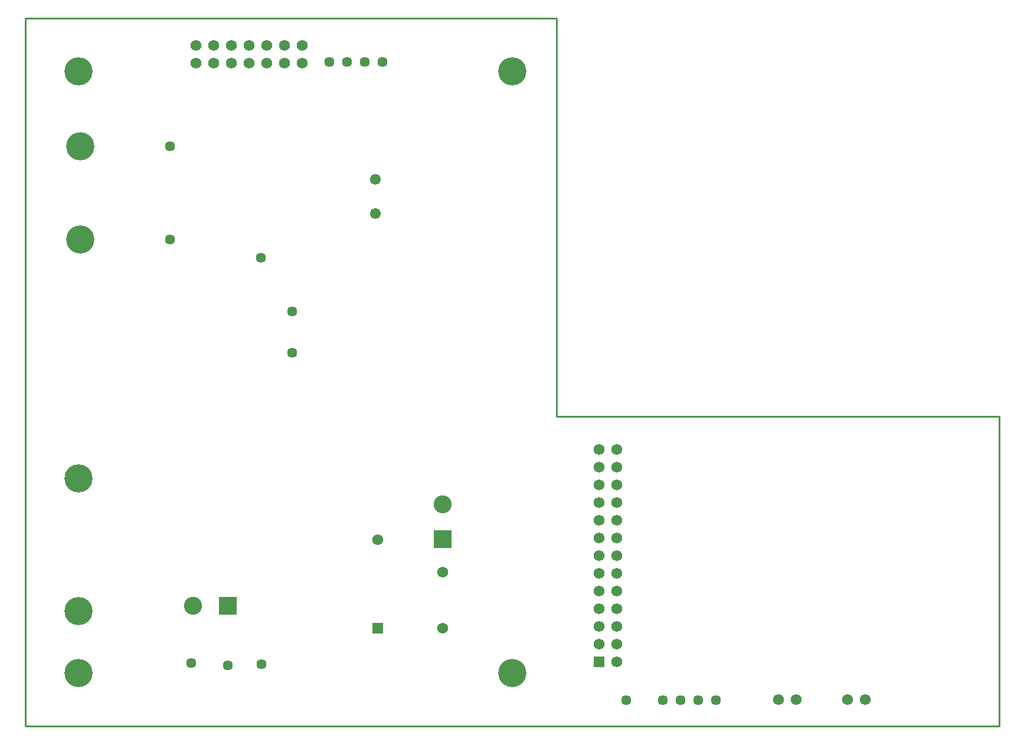
<source format=gbs>
*
*
G04 PADS 9.5 Build Number: 522968 generated Gerber (RS-274-X) file*
G04 PC Version=2.1*
*
%IN "ohm1.pcb"*%
*
%MOIN*%
*
%FSLAX35Y35*%
*
*
*
*
G04 PC Standard Apertures*
*
*
G04 Thermal Relief Aperture macro.*
%AMTER*
1,1,$1,0,0*
1,0,$1-$2,0,0*
21,0,$3,$4,0,0,45*
21,0,$3,$4,0,0,135*
%
*
*
G04 Annular Aperture macro.*
%AMANN*
1,1,$1,0,0*
1,0,$2,0,0*
%
*
*
G04 Odd Aperture macro.*
%AMODD*
1,1,$1,0,0*
1,0,$1-0.005,0,0*
%
*
*
G04 PC Custom Aperture Macros*
*
*
*
*
*
*
G04 PC Aperture Table*
*
%ADD010C,0.001*%
%ADD013C,0.01*%
%ADD133R,0.062X0.062*%
%ADD134C,0.062*%
%ADD145C,0.15948*%
%ADD150C,0.05712*%
%ADD151C,0.06106*%
%ADD154R,0.10137X0.10137*%
%ADD155C,0.10137*%
*
*
*
*
G04 PC Circuitry*
G04 Layer Name ohm1.pcb - circuitry*
%LPD*%
*
*
G04 PC Custom Flashes*
G04 Layer Name ohm1.pcb - flashes*
%LPD*%
*
*
G04 PC Circuitry*
G04 Layer Name ohm1.pcb - circuitry*
%LPD*%
*
G54D10*
G54D13*
G01X100000Y100000D02*
Y500000D01*
X400000*
Y275000*
X650000*
Y100000*
X100000*
G54D133*
X424084Y136542D03*
X299197Y155621D03*
G54D134*
X525433Y115248D03*
X535433D03*
X564399D03*
X574399D03*
X196323Y474810D03*
Y484810D03*
X206323Y474810D03*
Y484810D03*
X216323Y474810D03*
Y484810D03*
X226323Y474810D03*
Y484810D03*
X236323Y474810D03*
Y484810D03*
X246323Y474810D03*
Y484810D03*
X256323Y474810D03*
Y484810D03*
X434084Y136542D03*
Y146542D03*
X424084D03*
X434084Y156542D03*
X424084D03*
X434084Y166542D03*
X424084D03*
X434084Y176542D03*
X424084D03*
X434084Y186542D03*
X424084D03*
X434084Y196542D03*
X424084D03*
X434084Y206542D03*
X424084D03*
X434084Y216542D03*
X424084D03*
X434084Y226542D03*
X424084D03*
X434084Y236542D03*
X424084D03*
X434084Y246542D03*
X424084D03*
X434084Y256542D03*
X424084D03*
X299197Y205621D03*
X335589Y155621D03*
Y187117D03*
G54D145*
X375000Y130000D03*
Y470000D03*
X130000D03*
Y130000D03*
Y240000D03*
Y165000D03*
X131155Y427920D03*
Y375029D03*
G54D150*
X439473Y114704D03*
X301805Y475321D03*
X291805D03*
X281805D03*
X271805D03*
X232896Y364705D03*
X250592Y334404D03*
Y311080D03*
X459927Y114704D03*
X469927D03*
X479927D03*
X489927D03*
X193736Y135745D03*
X233494Y135298D03*
X214541Y134457D03*
X181825Y427920D03*
X181784Y375029D03*
G54D151*
X297751Y409184D03*
Y389971D03*
G54D154*
X214514Y168293D03*
X335720Y205663D03*
G54D155*
X194829Y168293D03*
X335720Y225348D03*
X0Y0D02*
M02*

</source>
